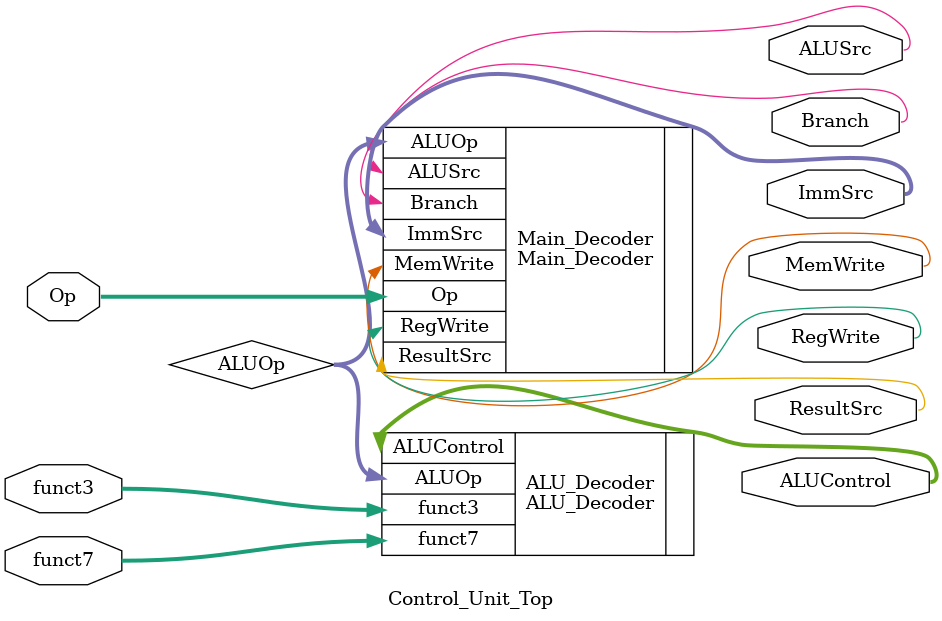
<source format=v>
`include "ALU_Decoder.v"
`include "Main_Decoder.v"

module Control_Unit_Top(Op,RegWrite,ImmSrc,ALUSrc,MemWrite,ResultSrc,Branch,funct3,funct7,ALUControl);

    input [6:0]Op,funct7;
    input [2:0]funct3;
    output RegWrite,ALUSrc,MemWrite,ResultSrc,Branch;
    output [1:0]ImmSrc;
    output [2:0]ALUControl;

    wire [1:0]ALUOp;

    Main_Decoder Main_Decoder(
                .Op(Op),
                .RegWrite(RegWrite),
                .ImmSrc(ImmSrc),
                .MemWrite(MemWrite),
                .ResultSrc(ResultSrc),
                .Branch(Branch),
                .ALUSrc(ALUSrc),
                .ALUOp(ALUOp)
    );

    ALU_Decoder ALU_Decoder(
                            .ALUOp(ALUOp),
                            .funct3(funct3),
                            .funct7(funct7),
                            .ALUControl(ALUControl)
    );


endmodule
</source>
